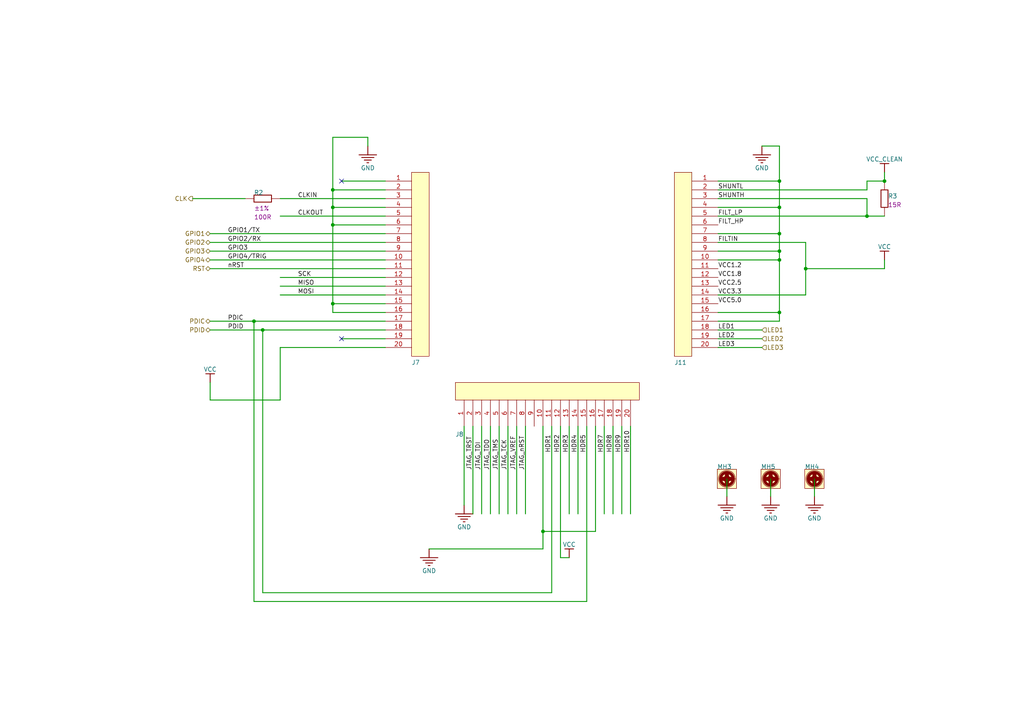
<source format=kicad_sch>
(kicad_sch (version 20230121) (generator eeschema)
  (paper "A4")
  (lib_symbols
    (symbol "CW308A_Generic_conns-altium-import:GND" (power)
      (property "Reference" "#PWR" (at 0 0 0))
      (property "Value" "GND" (at 0 6.35 0))
      (symbol "GND_0_0"
        (polyline (pts (xy -2.54 -2.54) (xy 2.54 -2.54)) (stroke (width 0.254)))
        (polyline (pts (xy -1.778 -3.302) (xy 1.778 -3.302)) (stroke (width 0.254)))
        (polyline (pts (xy -1.016 -4.064) (xy 1.016 -4.064)) (stroke (width 0.254)))
        (polyline (pts (xy -0.254 -4.826) (xy 0.254 -4.826)) (stroke (width 0.254)))
        (polyline (pts (xy 0 0) (xy 0 -2.54)) (stroke (width 0.254)))
        (pin power_in line (at 0 0 0) (length 0) hide (name "GND") (number ""))
      )
    )
    (symbol "CW308A_Generic_conns-altium-import:VCC" (power)
      (property "Reference" "#PWR" (at 0 0 0))
      (property "Value" "VCC" (at 0 3.81 0))
      (symbol "VCC_0_0"
        (polyline (pts (xy -1.27 -2.54) (xy 1.27 -2.54)) (stroke (width 0.254)))
        (polyline (pts (xy 0 0) (xy 0 -2.54)) (stroke (width 0.254)))
        (pin power_in line (at 0 0 0) (length 0) hide (name "VCC") (number ""))
      )
    )
    (symbol "CW308A_Generic_conns-altium-import:VCC_CLEAN" (power)
      (property "Reference" "#PWR" (at 0 0 0))
      (property "Value" "VCC_CLEAN" (at 0 3.81 0))
      (symbol "VCC_CLEAN_0_0"
        (polyline (pts (xy -1.27 -2.54) (xy 1.27 -2.54)) (stroke (width 0.254)))
        (polyline (pts (xy 0 0) (xy 0 -2.54)) (stroke (width 0.254)))
        (pin power_in line (at 0 0 0) (length 0) hide (name "VCC_CLEAN") (number ""))
      )
    )
    (symbol "CW308A_Generic_conns-altium-import:root_0_801-87-020-10-001101"
      (symbol "root_0_801-87-020-10-001101_1_0"
        (rectangle (start 12.7 2.54) (end 7.62 -50.8) (fill (type background)))
        (pin passive line (at 0 0 0) (length 7.62) (name "") (number "1"))
        (pin passive line (at 0 -22.86 0) (length 7.62) (name "") (number "10"))
        (pin passive line (at 0 -25.4 0) (length 7.62) (name "") (number "11"))
        (pin passive line (at 0 -27.94 0) (length 7.62) (name "") (number "12"))
        (pin passive line (at 0 -30.48 0) (length 7.62) (name "") (number "13"))
        (pin passive line (at 0 -33.02 0) (length 7.62) (name "") (number "14"))
        (pin passive line (at 0 -35.56 0) (length 7.62) (name "") (number "15"))
        (pin passive line (at 0 -38.1 0) (length 7.62) (name "") (number "16"))
        (pin passive line (at 0 -40.64 0) (length 7.62) (name "") (number "17"))
        (pin passive line (at 0 -43.18 0) (length 7.62) (name "") (number "18"))
        (pin passive line (at 0 -45.72 0) (length 7.62) (name "") (number "19"))
        (pin passive line (at 0 -2.54 0) (length 7.62) (name "") (number "2"))
        (pin passive line (at 0 -48.26 0) (length 7.62) (name "") (number "20"))
        (pin passive line (at 0 -5.08 0) (length 7.62) (name "") (number "3"))
        (pin passive line (at 0 -7.62 0) (length 7.62) (name "") (number "4"))
        (pin passive line (at 0 -10.16 0) (length 7.62) (name "") (number "5"))
        (pin passive line (at 0 -12.7 0) (length 7.62) (name "") (number "6"))
        (pin passive line (at 0 -15.24 0) (length 7.62) (name "") (number "7"))
        (pin passive line (at 0 -17.78 0) (length 7.62) (name "") (number "8"))
        (pin passive line (at 0 -20.32 0) (length 7.62) (name "") (number "9"))
      )
    )
    (symbol "CW308A_Generic_conns-altium-import:root_0_CMP-0001-00029-1"
      (symbol "root_0_CMP-0001-00029-1_1_0"
        (circle (center 0 0) (radius 0.605) (stroke (width 0.762)))
        (circle (center 0 0) (radius 1.814) (stroke (width 0.762)))
        (circle (center 0 0) (radius 2.009) (stroke (width 0.508)))
        (circle (center 0 0) (radius 2.452))
        (rectangle (start 0.508 1.778) (end -0.508 -1.778) (fill (type outline)))
        (rectangle (start 1.778 0.508) (end -1.778 -0.508) (fill (type outline)))
        (rectangle (start 2.794 2.794) (end -2.794 -2.794) (fill (type background)))
        (pin passive line (at 0 0 0) (length 2.54) (name "1") (number "1"))
      )
    )
    (symbol "CW308A_Generic_conns-altium-import:root_0_RES_15R_0805_5%"
      (symbol "root_0_RES_15R_0805_5%_1_0"
        (rectangle (start 1.016 2.54) (end -1.016 -2.54) (stroke (width 0.254)))
        (pin passive line (at 0 5.08 270) (length 2.54) (name "1") (number "1"))
        (pin passive line (at 0 -5.08 90) (length 2.54) (name "2") (number "2"))
      )
    )
    (symbol "CW308A_Generic_conns-altium-import:root_0_mirrored_801-87-020-10-001101"
      (symbol "root_0_mirrored_801-87-020-10-001101_1_0"
        (rectangle (start -7.62 2.54) (end -12.7 -50.8) (fill (type background)))
        (pin passive line (at 0 0 180) (length 7.62) (name "") (number "1"))
        (pin passive line (at 0 -22.86 180) (length 7.62) (name "") (number "10"))
        (pin passive line (at 0 -25.4 180) (length 7.62) (name "") (number "11"))
        (pin passive line (at 0 -27.94 180) (length 7.62) (name "") (number "12"))
        (pin passive line (at 0 -30.48 180) (length 7.62) (name "") (number "13"))
        (pin passive line (at 0 -33.02 180) (length 7.62) (name "") (number "14"))
        (pin passive line (at 0 -35.56 180) (length 7.62) (name "") (number "15"))
        (pin passive line (at 0 -38.1 180) (length 7.62) (name "") (number "16"))
        (pin passive line (at 0 -40.64 180) (length 7.62) (name "") (number "17"))
        (pin passive line (at 0 -43.18 180) (length 7.62) (name "") (number "18"))
        (pin passive line (at 0 -45.72 180) (length 7.62) (name "") (number "19"))
        (pin passive line (at 0 -2.54 180) (length 7.62) (name "") (number "2"))
        (pin passive line (at 0 -48.26 180) (length 7.62) (name "") (number "20"))
        (pin passive line (at 0 -5.08 180) (length 7.62) (name "") (number "3"))
        (pin passive line (at 0 -7.62 180) (length 7.62) (name "") (number "4"))
        (pin passive line (at 0 -10.16 180) (length 7.62) (name "") (number "5"))
        (pin passive line (at 0 -12.7 180) (length 7.62) (name "") (number "6"))
        (pin passive line (at 0 -15.24 180) (length 7.62) (name "") (number "7"))
        (pin passive line (at 0 -17.78 180) (length 7.62) (name "") (number "8"))
        (pin passive line (at 0 -20.32 180) (length 7.62) (name "") (number "9"))
      )
    )
    (symbol "CW308A_Generic_conns-altium-import:root_1_801-87-020-10-001101"
      (symbol "root_1_801-87-020-10-001101_1_0"
        (rectangle (start 50.8 12.7) (end -2.54 7.62) (fill (type background)))
        (pin passive line (at 0 0 90) (length 7.62) (name "") (number "1"))
        (pin passive line (at 22.86 0 90) (length 7.62) (name "") (number "10"))
        (pin passive line (at 25.4 0 90) (length 7.62) (name "") (number "11"))
        (pin passive line (at 27.94 0 90) (length 7.62) (name "") (number "12"))
        (pin passive line (at 30.48 0 90) (length 7.62) (name "") (number "13"))
        (pin passive line (at 33.02 0 90) (length 7.62) (name "") (number "14"))
        (pin passive line (at 35.56 0 90) (length 7.62) (name "") (number "15"))
        (pin passive line (at 38.1 0 90) (length 7.62) (name "") (number "16"))
        (pin passive line (at 40.64 0 90) (length 7.62) (name "") (number "17"))
        (pin passive line (at 43.18 0 90) (length 7.62) (name "") (number "18"))
        (pin passive line (at 45.72 0 90) (length 7.62) (name "") (number "19"))
        (pin passive line (at 2.54 0 90) (length 7.62) (name "") (number "2"))
        (pin passive line (at 48.26 0 90) (length 7.62) (name "") (number "20"))
        (pin passive line (at 5.08 0 90) (length 7.62) (name "") (number "3"))
        (pin passive line (at 7.62 0 90) (length 7.62) (name "") (number "4"))
        (pin passive line (at 10.16 0 90) (length 7.62) (name "") (number "5"))
        (pin passive line (at 12.7 0 90) (length 7.62) (name "") (number "6"))
        (pin passive line (at 15.24 0 90) (length 7.62) (name "") (number "7"))
        (pin passive line (at 17.78 0 90) (length 7.62) (name "") (number "8"))
        (pin passive line (at 20.32 0 90) (length 7.62) (name "") (number "9"))
      )
    )
    (symbol "CW308A_Generic_conns-altium-import:root_1_RES_100R_0603_1%"
      (symbol "root_1_RES_100R_0603_1%_1_0"
        (rectangle (start 2.54 1.016) (end -2.54 -1.016) (stroke (width 0.254)))
        (pin passive line (at -5.08 0 0) (length 2.54) (name "1") (number "1"))
        (pin passive line (at 5.08 0 180) (length 2.54) (name "2") (number "2"))
      )
    )
  )
  (junction (at 157.48 154.1272))
  (junction (at 226.06 90.6272))
  (junction (at 226.06 52.5272))
  (junction (at 233.68 77.9272))
  (junction (at 76.2 95.7072))
  (junction (at 96.52 55.0672))
  (junction (at 96.52 88.0872))
  (junction (at 226.06 75.3872))
  (junction (at 256.54 52.5272))
  (junction (at 73.66 93.1672))
  (junction (at 226.06 67.7672))
  (junction (at 251.46 62.6872))
  (junction (at 96.52 65.2272))
  (junction (at 226.06 72.8472))
  (junction (at 226.06 60.1472))
  (junction (at 96.52 60.1472))
  (no_connect (at 99.06 52.5272))
  (no_connect (at 99.06 98.2472))
  (wire (pts (xy 208.28 55.0672) (xy 251.46 55.0672)) (stroke (width 0.254)))
  (wire (pts (xy 226.06 93.1672) (xy 226.06 90.6272)) (stroke (width 0.254)))
  (wire (pts (xy 167.64 149.0472) (xy 167.64 123.6472)) (stroke (width 0.254)))
  (wire (pts (xy 142.24 149.0472) (xy 142.24 123.6472)) (stroke (width 0.254)))
  (wire (pts (xy 71.12 57.6072) (xy 55.88 57.6072)) (stroke (width 0.254)))
  (wire (pts (xy 251.46 55.0672) (xy 251.46 52.5272)) (stroke (width 0.254)))
  (wire (pts (xy 226.06 75.3872) (xy 226.06 90.6272)) (stroke (width 0.254)))
  (wire (pts (xy 160.02 171.9072) (xy 76.2 171.9072)) (stroke (width 0.254)))
  (wire (pts (xy 233.68 70.3072) (xy 233.68 77.9272)) (stroke (width 0.254)))
  (wire (pts (xy 208.28 52.5272) (xy 226.06 52.5272)) (stroke (width 0.254)))
  (wire (pts (xy 226.06 67.7672) (xy 208.28 67.7672)) (stroke (width 0.254)))
  (wire (pts (xy 180.34 149.0472) (xy 180.34 123.6472)) (stroke (width 0.254)))
  (wire (pts (xy 60.96 75.3872) (xy 111.76 75.3872)) (stroke (width 0.254)))
  (wire (pts (xy 233.68 77.9272) (xy 256.54 77.9272)) (stroke (width 0.254)))
  (wire (pts (xy 124.46 159.2072) (xy 157.48 159.2072)) (stroke (width 0.254)))
  (wire (pts (xy 251.46 57.6072) (xy 251.46 62.6872)) (stroke (width 0.254)))
  (wire (pts (xy 96.52 88.0872) (xy 96.52 90.6272)) (stroke (width 0.254)))
  (wire (pts (xy 170.18 174.4472) (xy 73.66 174.4472)) (stroke (width 0.254)))
  (wire (pts (xy 96.52 65.2272) (xy 111.76 65.2272)) (stroke (width 0.254)))
  (wire (pts (xy 172.72 154.1272) (xy 157.48 154.1272)) (stroke (width 0.254)))
  (wire (pts (xy 226.06 72.8472) (xy 208.28 72.8472)) (stroke (width 0.254)))
  (wire (pts (xy 162.56 161.7472) (xy 162.56 123.6472)) (stroke (width 0.254)))
  (wire (pts (xy 208.28 62.6872) (xy 251.46 62.6872)) (stroke (width 0.254)))
  (wire (pts (xy 170.18 123.6472) (xy 170.18 174.4472)) (stroke (width 0.254)))
  (wire (pts (xy 157.48 154.1272) (xy 157.48 123.6472)) (stroke (width 0.254)))
  (wire (pts (xy 226.06 72.8472) (xy 226.06 75.3872)) (stroke (width 0.254)))
  (wire (pts (xy 96.52 60.1472) (xy 96.52 55.0672)) (stroke (width 0.254)))
  (wire (pts (xy 96.52 90.6272) (xy 111.76 90.6272)) (stroke (width 0.254)))
  (wire (pts (xy 81.28 116.0272) (xy 60.96 116.0272)) (stroke (width 0.254)))
  (wire (pts (xy 210.82 143.9672) (xy 210.82 138.8872)) (stroke (width 0.254)))
  (wire (pts (xy 226.06 60.1472) (xy 226.06 52.5272)) (stroke (width 0.254)))
  (wire (pts (xy 208.28 70.3072) (xy 233.68 70.3072)) (stroke (width 0.254)))
  (wire (pts (xy 111.76 100.7872) (xy 81.28 100.7872)) (stroke (width 0.254)))
  (wire (pts (xy 208.28 60.1472) (xy 226.06 60.1472)) (stroke (width 0.254)))
  (wire (pts (xy 208.28 100.7872) (xy 220.98 100.7872)) (stroke (width 0.254)))
  (wire (pts (xy 76.2 171.9072) (xy 76.2 95.7072)) (stroke (width 0.254)))
  (wire (pts (xy 226.06 67.7672) (xy 226.06 72.8472)) (stroke (width 0.254)))
  (wire (pts (xy 60.96 116.0272) (xy 60.96 110.9472)) (stroke (width 0.254)))
  (wire (pts (xy 111.76 77.9272) (xy 60.96 77.9272)) (stroke (width 0.254)))
  (wire (pts (xy 96.52 65.2272) (xy 96.52 88.0872)) (stroke (width 0.254)))
  (wire (pts (xy 177.8 149.0472) (xy 177.8 123.6472)) (stroke (width 0.254)))
  (wire (pts (xy 175.26 149.0472) (xy 175.26 123.6472)) (stroke (width 0.254)))
  (wire (pts (xy 81.28 80.4672) (xy 111.76 80.4672)) (stroke (width 0.254)))
  (wire (pts (xy 73.66 93.1672) (xy 60.96 93.1672)) (stroke (width 0.254)))
  (wire (pts (xy 111.76 62.6872) (xy 81.28 62.6872)) (stroke (width 0.254)))
  (wire (pts (xy 144.78 149.0472) (xy 144.78 123.6472)) (stroke (width 0.254)))
  (wire (pts (xy 60.96 70.3072) (xy 111.76 70.3072)) (stroke (width 0.254)))
  (wire (pts (xy 160.02 123.6472) (xy 160.02 171.9072)) (stroke (width 0.254)))
  (wire (pts (xy 182.88 149.0472) (xy 182.88 123.6472)) (stroke (width 0.254)))
  (wire (pts (xy 111.76 83.0072) (xy 81.28 83.0072)) (stroke (width 0.254)))
  (wire (pts (xy 111.76 52.5272) (xy 99.06 52.5272)) (stroke (width 0.254)))
  (wire (pts (xy 137.16 123.6472) (xy 137.16 149.0472)) (stroke (width 0.254)))
  (wire (pts (xy 106.68 39.8272) (xy 106.68 42.3672)) (stroke (width 0.254)))
  (wire (pts (xy 165.1 161.7472) (xy 162.56 161.7472)) (stroke (width 0.254)))
  (wire (pts (xy 76.2 95.7072) (xy 111.76 95.7072)) (stroke (width 0.254)))
  (wire (pts (xy 111.76 88.0872) (xy 96.52 88.0872)) (stroke (width 0.254)))
  (wire (pts (xy 111.76 57.6072) (xy 81.28 57.6072)) (stroke (width 0.254)))
  (wire (pts (xy 233.68 77.9272) (xy 233.68 85.5472)) (stroke (width 0.254)))
  (wire (pts (xy 81.28 100.7872) (xy 81.28 116.0272)) (stroke (width 0.254)))
  (wire (pts (xy 172.72 123.6472) (xy 172.72 154.1272)) (stroke (width 0.254)))
  (wire (pts (xy 111.76 72.8472) (xy 60.96 72.8472)) (stroke (width 0.254)))
  (wire (pts (xy 73.66 174.4472) (xy 73.66 93.1672)) (stroke (width 0.254)))
  (wire (pts (xy 226.06 52.5272) (xy 226.06 42.3672)) (stroke (width 0.254)))
  (wire (pts (xy 157.48 159.2072) (xy 157.48 154.1272)) (stroke (width 0.254)))
  (wire (pts (xy 96.52 39.8272) (xy 106.68 39.8272)) (stroke (width 0.254)))
  (wire (pts (xy 96.52 55.0672) (xy 111.76 55.0672)) (stroke (width 0.254)))
  (wire (pts (xy 81.28 85.5472) (xy 111.76 85.5472)) (stroke (width 0.254)))
  (wire (pts (xy 139.7 149.0472) (xy 139.7 123.6472)) (stroke (width 0.254)))
  (wire (pts (xy 208.28 95.7072) (xy 220.98 95.7072)) (stroke (width 0.254)))
  (wire (pts (xy 226.06 75.3872) (xy 208.28 75.3872)) (stroke (width 0.254)))
  (wire (pts (xy 251.46 62.6872) (xy 256.54 62.6872)) (stroke (width 0.254)))
  (wire (pts (xy 111.76 67.7672) (xy 60.96 67.7672)) (stroke (width 0.254)))
  (wire (pts (xy 233.68 85.5472) (xy 208.28 85.5472)) (stroke (width 0.254)))
  (wire (pts (xy 111.76 93.1672) (xy 73.66 93.1672)) (stroke (width 0.254)))
  (wire (pts (xy 223.52 143.9672) (xy 223.52 138.8872)) (stroke (width 0.254)))
  (wire (pts (xy 256.54 77.9272) (xy 256.54 75.3872)) (stroke (width 0.254)))
  (wire (pts (xy 226.06 90.6272) (xy 208.28 90.6272)) (stroke (width 0.254)))
  (wire (pts (xy 208.28 93.1672) (xy 226.06 93.1672)) (stroke (width 0.254)))
  (wire (pts (xy 60.96 95.7072) (xy 76.2 95.7072)) (stroke (width 0.254)))
  (wire (pts (xy 251.46 52.5272) (xy 256.54 52.5272)) (stroke (width 0.254)))
  (wire (pts (xy 96.52 55.0672) (xy 96.52 39.8272)) (stroke (width 0.254)))
  (wire (pts (xy 236.22 143.9672) (xy 236.22 138.8872)) (stroke (width 0.254)))
  (wire (pts (xy 226.06 42.3672) (xy 220.98 42.3672)) (stroke (width 0.254)))
  (wire (pts (xy 111.76 60.1472) (xy 96.52 60.1472)) (stroke (width 0.254)))
  (wire (pts (xy 220.98 98.2472) (xy 208.28 98.2472)) (stroke (width 0.254)))
  (wire (pts (xy 256.54 52.5272) (xy 256.54 49.9872)) (stroke (width 0.254)))
  (wire (pts (xy 152.4 149.0472) (xy 152.4 123.6472)) (stroke (width 0.254)))
  (wire (pts (xy 134.62 123.6472) (xy 134.62 146.5072)) (stroke (width 0.254)))
  (wire (pts (xy 208.28 57.6072) (xy 251.46 57.6072)) (stroke (width 0.254)))
  (wire (pts (xy 111.76 98.2472) (xy 99.06 98.2472)) (stroke (width 0.254)))
  (wire (pts (xy 149.86 149.0472) (xy 149.86 123.6472)) (stroke (width 0.254)))
  (wire (pts (xy 165.1 149.0472) (xy 165.1 123.6472)) (stroke (width 0.254)))
  (wire (pts (xy 96.52 60.1472) (xy 96.52 65.2272)) (stroke (width 0.254)))
  (wire (pts (xy 147.32 149.0472) (xy 147.32 123.6472)) (stroke (width 0.254)))
  (wire (pts (xy 226.06 60.1472) (xy 226.06 67.7672)) (stroke (width 0.254)))
  (label "MOSI" (at 86.36 85.5472 0))
  (label "SHUNTL" (at 208.28 55.0672 0))
  (label "HDR1" (at 160.02 131.2672 90))
  (label "GPIO1/TX" (at 66.04 67.7672 0))
  (label "HDR8" (at 177.8 131.2672 90))
  (label "VCC1.8" (at 208.28 80.4672 0))
  (label "PDID" (at 66.04 95.7072 0))
  (label "JTAG_VREF" (at 149.86 136.3472 90))
  (label "FILTIN" (at 208.28 70.3072 0))
  (label "CLKOUT" (at 86.36 62.6872 0))
  (label "GPIO4/TRIG" (at 66.04 75.3872 0))
  (label "MISO" (at 86.36 83.0072 0))
  (label "JTAG_TDI" (at 139.7 136.3472 90))
  (label "LED2" (at 208.28 98.2472 0))
  (label "VCC5.0" (at 208.28 88.0872 0))
  (label "FILT_HP" (at 208.28 65.2272 0))
  (label "LED1" (at 208.28 95.7072 0))
  (label "GPIO3" (at 66.04 72.8472 0))
  (label "HDR2" (at 162.56 131.2672 90))
  (label "JTAG_TDO" (at 142.24 136.3472 90))
  (label "HDR10" (at 182.88 131.2672 90))
  (label "PDIC" (at 66.04 93.1672 0))
  (label "LED3" (at 208.28 100.7872 0))
  (label "HDR3" (at 165.1 131.2672 90))
  (label "SHUNTH" (at 208.28 57.6072 0))
  (label "JTAG_TMS" (at 144.78 136.3472 90))
  (label "CLKIN" (at 86.36 57.6072 0))
  (label "VCC2.5" (at 208.28 83.0072 0))
  (label "JTAG_TRST" (at 137.16 136.3472 90))
  (label "SCK" (at 86.36 80.4672 0))
  (label "HDR5" (at 170.18 131.2672 90))
  (label "JTAG_TCK" (at 147.32 136.3472 90))
  (label "HDR4" (at 167.64 131.2672 90))
  (label "HDR9" (at 180.34 131.2672 90))
  (label "HDR7" (at 175.26 131.2672 90))
  (label "nRST" (at 66.04 77.9272 0))
  (label "JTAG_nRST" (at 152.4 136.3472 90))
  (label "VCC3.3" (at 208.28 85.5472 0))
  (label "GPIO2/RX" (at 66.04 70.3072 0))
  (label "FILT_LP" (at 208.28 62.6872 0))
  (label "VCC1.2" (at 208.28 77.9272 0))
  (hierarchical_label "LED2" (shape input) (at 220.98 98.2472 0))
  (hierarchical_label "PDID" (shape bidirectional) (at 60.96 95.7072 180))
  (hierarchical_label "LED1" (shape input) (at 220.98 95.7072 0))
  (hierarchical_label "GPIO4" (shape bidirectional) (at 60.96 75.3872 180))
  (hierarchical_label "CLK" (shape output) (at 55.88 57.6072 180))
  (hierarchical_label "GPIO3" (shape bidirectional) (at 60.96 72.8472 180))
  (hierarchical_label "PDIC" (shape bidirectional) (at 60.96 93.1672 180))
  (hierarchical_label "GPIO1" (shape bidirectional) (at 60.96 67.7672 180))
  (hierarchical_label "RST" (shape bidirectional) (at 60.96 77.9272 180))
  (hierarchical_label "LED3" (shape input) (at 220.98 100.7872 0))
  (hierarchical_label "GPIO2" (shape bidirectional) (at 60.96 70.3072 180))
  (symbol (lib_id "CW308A_Generic_conns-altium-import:VCC_CLEAN") (at 256.54 49.9872 180) (unit 1)
    (property "Reference" "#PWR?" (effects hide))
    (property "Value" "VCC_CLEAN" (at 256.54 46.1772 0))
  )
  (symbol (lib_id "CW308A_Generic_conns-altium-import:VCC") (at 256.54 75.3872 180) (unit 1)
    (property "Reference" "#PWR?" (effects hide))
    (property "Value" "VCC" (at 256.54 71.5772 0))
  )
  (symbol (lib_id "CW308A_Generic_conns-altium-import:VCC") (at 165.1 161.7472 180) (unit 1)
    (property "Reference" "#PWR?" (effects hide))
    (property "Value" "VCC" (at 165.1 157.9372 0))
  )
  (symbol (lib_id "CW308A_Generic_conns-altium-import:root_0_801-87-020-10-001101") (at 111.76 52.5272 0) (unit 1)
    (property "Reference" "J7" (at 119.38 105.8672 0) (effects (justify left bottom)))
    (property "Value" "20-Pin Header" (effects hide))
    (property "Footprint" "801-87-020-10-001101" (effects hide))
    (property "MANUFACTURE PART NUMBER 1" "801-87-020-10-001101" (effects hide))
    (property "MANUFACTURE 1" "Preci-Dip SA" (effects hide))
    (property "SUPPLIER 1" "Digi-Key" (effects hide))
    (property "SUPPLIER PART NUMBER 1" "1212-1207-ND" (effects hide))
  )
  (symbol (lib_id "CW308A_Generic_conns-altium-import:root_0_mirrored_801-87-020-10-001101") (at 208.28 52.5272 0) (unit 1)
    (property "Reference" "J11" (at 195.58 105.8672 0) (effects (justify left bottom)))
    (property "Value" "20-Pin Header" (effects hide))
    (property "Footprint" "801-87-020-10-001101" (effects hide))
    (property "MANUFACTURE PART NUMBER 1" "801-87-020-10-001101" (effects hide))
    (property "MANUFACTURE 1" "Preci-Dip SA" (effects hide))
    (property "SUPPLIER 1" "Digi-Key" (effects hide))
    (property "SUPPLIER PART NUMBER 1" "1212-1207-ND" (effects hide))
  )
  (symbol (lib_id "CW308A_Generic_conns-altium-import:root_0_RES_15R_0805_5%") (at 256.54 57.6072 0) (unit 1)
    (property "Reference" "R3" (at 257.556 57.6072 0) (effects (justify left bottom)))
    (property "Value" "Thick Film" (effects hide))
    (property "Footprint" "RESC2012X70N" (effects hide))
    (property "TOLERANCE" "±5%" (effects hide))
    (property "PACKAGE / CASE" "0805 (2012 metric)" (effects hide))
    (property "RATINGS" "1/8W" (effects hide))
    (property "SCDTYPE" "spec" (effects hide))
    (property "SUPPLIER 1" "Digi-Key" (effects hide))
    (property "SUPPLIER PART NUMBER 1" "311-15ARCT-ND" (effects hide))
    (property "MANUFACTURER 1" "Yageo" (effects hide))
    (property "MANUFACTURER PART NUMBER 1" "RC0805JR-0715RL" (effects hide))
    (property "ROHS 1" "RoHS Compliant" (effects hide))
    (property "COMPONENTLINK1URL" "http://media.digikey.com/pdf/Data%20Sheets/Yageo%20PDFs/RC0805%20Pb%20Free.pdf" (effects hide))
    (property "COMPONENTLINK1DESCRIPTION" "http://media.digikey.com/pdf/Data%20Sheets/Yageo%20PDFs/RC0805%20Pb%20Free.pdf" (effects hide))
    (property "SUPPLIER 2" "Digi-Key" (effects hide))
    (property "SUPPLIER PART NUMBER 2" "P15ACT-ND" (effects hide))
    (property "MANUFACTURER 2" "Panasonic Electronic Components" (effects hide))
    (property "MANUFACTURER PART NUMBER 2" "ERJ-6GEYJ150V" (effects hide))
    (property "ROHS 2" "RoHS Compliant" (effects hide))
    (property "COMPONENTLINK2URL" "http://industrial.panasonic.com/www-cgi/jvcr13pz.cgi?E+PZ+3+AOA0001+ERJ6GEYJ150V+7+WW" (effects hide))
    (property "COMPONENTLINK2DESCRIPTION" "http://industrial.panasonic.com/www-cgi/jvcr13pz.cgi?E+PZ+3+AOA0001+ERJ6GEYJ150V+7+WW" (effects hide))
    (property "SUPPLIER 3" "Digi-Key" (effects hide))
    (property "SUPPLIER PART NUMBER 3" "RMCF0805JT15R0CT-ND" (effects hide))
    (property "MANUFACTURER 3" "Stackpole Electronics Inc" (effects hide))
    (property "MANUFACTURER PART NUMBER 3" "RMCF0805JT15R0" (effects hide))
    (property "ROHS 3" "RoHS Compliant" (effects hide))
    (property "COMPONENTLINK3URL" "http://www.seielect.com/Catalog/SEI-RMCF_RMCP.pdf" (effects hide))
    (property "COMPONENTLINK3DESCRIPTION" "http://www.seielect.com/Catalog/SEI-RMCF_RMCP.pdf" (effects hide))
    (property "SUPPLIER 4" "Digi-Key" (effects hide))
    (property "SUPPLIER PART NUMBER 4" "541-15ACT-ND" (effects hide))
    (property "MANUFACTURER 4" "Vishay Dale" (effects hide))
    (property "MANUFACTURER PART NUMBER 4" "CRCW080515R0JNEA" (effects hide))
    (property "ROHS 4" "RoHS Compliant" (effects hide))
    (property "COMPONENTLINK4URL" "http://www.vishay.com/doc?20035" (effects hide))
    (property "COMPONENTLINK4DESCRIPTION" "http://www.vishay.com/doc?20035" (effects hide))
    (property "ALTIUM_VALUE" "15R" (at 257.556 60.1472 0) (effects (justify left bottom)))
  )
  (symbol (lib_id "CW308A_Generic_conns-altium-import:GND") (at 223.52 143.9672 0) (unit 1)
    (property "Reference" "#PWR?" (effects hide))
    (property "Value" "GND" (at 223.52 150.3172 0))
  )
  (symbol (lib_id "CW308A_Generic_conns-altium-import:GND") (at 236.22 143.9672 0) (unit 1)
    (property "Reference" "#PWR?" (effects hide))
    (property "Value" "GND" (at 236.22 150.3172 0))
  )
  (symbol (lib_id "CW308A_Generic_conns-altium-import:GND") (at 220.98 42.3672 0) (unit 1)
    (property "Reference" "#PWR?" (effects hide))
    (property "Value" "GND" (at 220.98 48.7172 0))
  )
  (symbol (lib_id "CW308A_Generic_conns-altium-import:GND") (at 106.68 42.3672 0) (unit 1)
    (property "Reference" "#PWR?" (effects hide))
    (property "Value" "GND" (at 106.68 48.7172 0))
  )
  (symbol (lib_id "CW308A_Generic_conns-altium-import:root_0_CMP-0001-00029-1") (at 236.22 138.8872 0) (unit 1)
    (property "Reference" "MH4" (at 233.426 136.0932 0) (effects (justify left bottom)))
    (property "Value" "Mounting-Hole-RND-Altium" (effects hide))
    (property "Footprint" "Mounting-Hole-RND-Altium" (effects hide))
    (property "PUBLISHER" "Altium" (effects hide))
    (property "COMPONENT KIND" "Standard (No BOM)" (effects hide))
    (property "CLASSNAME" "Mounting Hole" (effects hide))
  )
  (symbol (lib_id "CW308A_Generic_conns-altium-import:root_0_CMP-0001-00029-1") (at 210.82 138.8872 0) (unit 1)
    (property "Reference" "MH3" (at 208.026 136.0932 0) (effects (justify left bottom)))
    (property "Value" "Mounting-Hole-RND-Altium" (effects hide))
    (property "Footprint" "Mounting-Hole-RND-Altium" (effects hide))
    (property "PUBLISHER" "Altium" (effects hide))
    (property "COMPONENT KIND" "Standard (No BOM)" (effects hide))
    (property "CLASSNAME" "Mounting Hole" (effects hide))
  )
  (symbol (lib_id "CW308A_Generic_conns-altium-import:GND") (at 124.46 159.2072 0) (unit 1)
    (property "Reference" "#PWR?" (effects hide))
    (property "Value" "GND" (at 124.46 165.5572 0))
  )
  (symbol (lib_id "CW308A_Generic_conns-altium-import:GND") (at 134.62 146.5072 0) (unit 1)
    (property "Reference" "#PWR?" (effects hide))
    (property "Value" "GND" (at 134.62 152.8572 0))
  )
  (symbol (lib_id "CW308A_Generic_conns-altium-import:GND") (at 210.82 143.9672 0) (unit 1)
    (property "Reference" "#PWR?" (effects hide))
    (property "Value" "GND" (at 210.82 150.3172 0))
  )
  (symbol (lib_id "CW308A_Generic_conns-altium-import:VCC") (at 60.96 110.9472 180) (unit 1)
    (property "Reference" "#PWR?" (effects hide))
    (property "Value" "VCC" (at 60.96 107.1372 0))
  )
  (symbol (lib_id "CW308A_Generic_conns-altium-import:root_0_CMP-0001-00029-1") (at 223.52 138.8872 0) (unit 1)
    (property "Reference" "MH5" (at 220.726 136.0932 0) (effects (justify left bottom)))
    (property "Value" "Mounting-Hole-RND-Altium" (effects hide))
    (property "Footprint" "Mounting-Hole-RND-Altium" (effects hide))
    (property "PUBLISHER" "Altium" (effects hide))
    (property "COMPONENT KIND" "Standard (No BOM)" (effects hide))
    (property "CLASSNAME" "Mounting Hole" (effects hide))
  )
  (symbol (lib_id "CW308A_Generic_conns-altium-import:root_1_801-87-020-10-001101") (at 134.62 123.6472 0) (unit 1)
    (property "Reference" "J8" (at 132.08 126.6952 0) (effects (justify left bottom)))
    (property "Value" "20-Pin Header" (effects hide))
    (property "Footprint" "801-87-020-10-001101" (effects hide))
    (property "MANUFACTURE PART NUMBER 1" "801-87-020-10-001101" (effects hide))
    (property "MANUFACTURE 1" "Preci-Dip SA" (effects hide))
    (property "SUPPLIER 1" "Digi-Key" (effects hide))
    (property "SUPPLIER PART NUMBER 1" "1212-1207-ND" (effects hide))
  )
  (symbol (lib_id "CW308A_Generic_conns-altium-import:root_1_RES_100R_0603_1%") (at 76.2 57.6072 0) (unit 1)
    (property "Reference" "R2" (at 73.66 56.5912 0) (effects (justify left bottom)))
    (property "Value" "Thick Film" (effects hide))
    (property "Footprint" "RESC1608X55N" (effects hide))
    (property "MANUFACTURER 1" "Yageo" (effects hide))
    (property "MANUFACTURER PART NUMBER 1" "RC0603FR-07100RL" (effects hide))
    (property "PACKAGE / CASE" "0603 (1608 Metric)" (effects hide))
    (property "RATINGS" "1/10 W" (effects hide))
    (property "MATERIAL" "Thick Film" (effects hide))
    (property "SUPPLIER 1" "Digi-Key" (effects hide))
    (property "SUPPLIER PART NUMBER 1" "311-100HRCT-ND" (effects hide))
    (property "SUPPLIER 2" "Digi-Key" (effects hide))
    (property "SUPPLIER PART NUMBER 2" "P100HTR-ND" (effects hide))
    (property "MANUFACTURER 2" "Panasonic - ECG" (effects hide))
    (property "MANUFACTURER PART NUMBER 2" "ERJ-3EKF1000V" (effects hide))
    (property "COMPONENTLINK1URL" "http://industrial.panasonic.com/www-cgi/jvcr13pz.cgi?E+PZ+3+AOA0002+ERJ3EKF1000V+7+WW" (effects hide))
    (property "COMPONENTLINK1DESCRIPTION" "http://industrial.panasonic.com/www-cgi/jvcr13pz.cgi?E+PZ+3+AOA0002+ERJ3EKF1000V+7+WW" (effects hide))
    (property "SCDTYPE" "spec" (effects hide))
    (property "TOLERANCE" "±1%" (at 73.66 61.1632 0) (effects (justify left bottom)))
    (property "ALTIUM_VALUE" "100R" (at 73.66 63.7032 0) (effects (justify left bottom)))
  )
)
</source>
